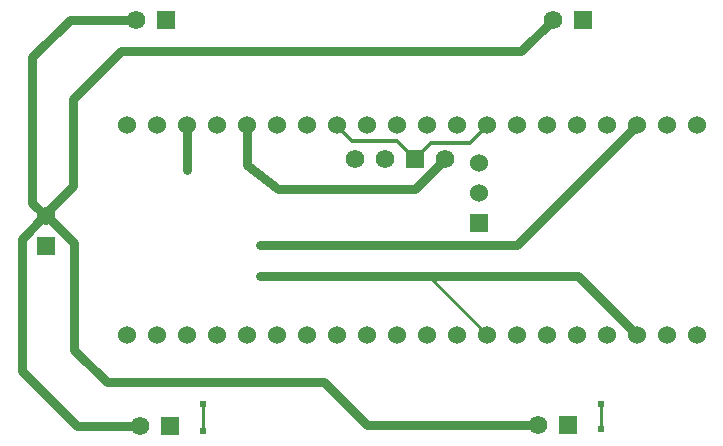
<source format=gbl>
G04 Layer: BottomLayer*
G04 EasyEDA v6.5.23, 2023-05-02 21:24:27*
G04 e18e553d63b247878dc8903f2d5500c8,4f913e99b9844981aeab8c69eabd27f9,10*
G04 Gerber Generator version 0.2*
G04 Scale: 100 percent, Rotated: No, Reflected: No *
G04 Dimensions in millimeters *
G04 leading zeros omitted , absolute positions ,4 integer and 5 decimal *
%FSLAX45Y45*%
%MOMM*%

%ADD10C,0.2540*%
%ADD11C,0.8000*%
%ADD12C,0.3000*%
%ADD13R,1.5748X1.5748*%
%ADD14C,1.5748*%
%ADD15C,1.5240*%
%ADD16R,1.5240X1.5240*%
%ADD17C,0.6200*%

%LPD*%
D10*
X1651000Y-3771900D02*
G01*
X1651000Y-3543300D01*
X5016500Y-3759200D02*
G01*
X5016500Y-3543300D01*
D11*
X1079500Y-292100D02*
G01*
X520700Y-292100D01*
X203200Y-609600D01*
X203200Y-1841500D01*
X317500Y-1955800D01*
X1117600Y-3733800D02*
G01*
X584200Y-3733800D01*
X114300Y-3263900D01*
X114300Y-2146300D01*
X304800Y-1955800D01*
X317500Y-1955800D01*
X5321300Y-1181100D02*
G01*
X4305300Y-2197100D01*
X2133600Y-2197100D01*
X3695700Y-1473200D02*
G01*
X3441700Y-1727200D01*
X2286000Y-1727200D01*
X2019300Y-1524000D01*
X2019300Y-1181100D01*
X4610100Y-292100D02*
G01*
X4343400Y-558800D01*
X952500Y-558800D01*
X546100Y-965200D01*
X546100Y-1701800D01*
X317500Y-1930400D01*
X317500Y-1955800D01*
X1511300Y-1181100D02*
G01*
X1511300Y-1562100D01*
X4483100Y-3721100D02*
G01*
X3035300Y-3721100D01*
X2672079Y-3357879D01*
X830579Y-3357879D01*
X558800Y-3086100D01*
X558800Y-2184400D01*
X330200Y-1955800D01*
X317500Y-1955800D01*
X5321300Y-2959100D02*
G01*
X4826000Y-2463800D01*
X2133600Y-2463800D01*
D10*
X4051300Y-2959100D02*
G01*
X3557270Y-2463800D01*
D12*
X2781300Y-1181100D02*
G01*
X2781300Y-1193800D01*
X2908300Y-1320800D01*
X3289300Y-1320800D01*
X3441700Y-1473200D01*
X4051300Y-1181100D02*
G01*
X4051300Y-1193800D01*
X3911600Y-1333500D01*
X3581400Y-1333500D01*
X3441700Y-1473200D01*
D13*
G01*
X317500Y-2209800D03*
D14*
G01*
X317500Y-1955800D03*
G01*
X3695700Y-1473200D03*
D13*
G01*
X3441700Y-1473200D03*
D14*
G01*
X3187700Y-1473200D03*
G01*
X2933700Y-1473200D03*
G01*
X4483100Y-3721100D03*
D13*
G01*
X4737100Y-3721100D03*
D14*
G01*
X1117600Y-3733800D03*
D13*
G01*
X1371600Y-3733800D03*
D14*
G01*
X1079500Y-292100D03*
D13*
G01*
X1333500Y-292100D03*
D14*
G01*
X4610100Y-292100D03*
D13*
G01*
X4864100Y-292100D03*
D15*
G01*
X5829300Y-1181100D03*
G01*
X5575300Y-1181100D03*
G01*
X5321300Y-1181100D03*
G01*
X5067300Y-1181100D03*
G01*
X4813300Y-1181100D03*
G01*
X4559300Y-1181100D03*
G01*
X4305300Y-1181100D03*
G01*
X4051300Y-1181100D03*
G01*
X3797300Y-1181100D03*
G01*
X3543300Y-1181100D03*
G01*
X3289300Y-1181100D03*
G01*
X3035300Y-1181100D03*
G01*
X2781300Y-1181100D03*
G01*
X2527300Y-1181100D03*
G01*
X2273300Y-1181100D03*
G01*
X2019300Y-1181100D03*
G01*
X1765300Y-1181100D03*
G01*
X1511300Y-1181100D03*
G01*
X1257300Y-1181100D03*
G01*
X1003300Y-1181100D03*
G01*
X5829300Y-2959100D03*
G01*
X5575300Y-2959100D03*
G01*
X5321300Y-2959100D03*
G01*
X5067300Y-2959100D03*
G01*
X4813300Y-2959100D03*
G01*
X4559300Y-2959100D03*
G01*
X4305300Y-2959100D03*
G01*
X4051300Y-2959100D03*
G01*
X3797300Y-2959100D03*
G01*
X3543300Y-2959100D03*
G01*
X3289300Y-2959100D03*
G01*
X3035300Y-2959100D03*
G01*
X2781300Y-2959100D03*
G01*
X2527300Y-2959100D03*
G01*
X2273300Y-2959100D03*
G01*
X2019300Y-2959100D03*
G01*
X1765300Y-2959100D03*
G01*
X1511300Y-2959100D03*
G01*
X1257300Y-2959100D03*
G01*
X1003300Y-2959100D03*
G01*
X3986301Y-1757705D03*
G01*
X3986301Y-1503705D03*
D16*
G01*
X3986301Y-2011705D03*
D17*
G01*
X1651000Y-3771900D03*
G01*
X1651000Y-3543300D03*
G01*
X5016500Y-3759200D03*
G01*
X5016500Y-3543300D03*
G01*
X2220620Y-558800D03*
G01*
X2133600Y-2197100D03*
G01*
X1511300Y-1562100D03*
G01*
X2133600Y-2463800D03*
M02*

</source>
